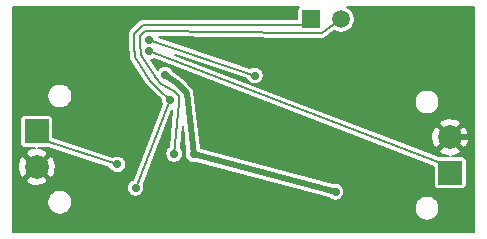
<source format=gbl>
G04 #@! TF.GenerationSoftware,KiCad,Pcbnew,(5.1.5)-1*
G04 #@! TF.CreationDate,2020-06-06T10:03:48+02:00*
G04 #@! TF.ProjectId,MP8765,4d503837-3635-42e6-9b69-6361645f7063,rev?*
G04 #@! TF.SameCoordinates,PXe9a6740PY8f0d180*
G04 #@! TF.FileFunction,Copper,L2,Bot*
G04 #@! TF.FilePolarity,Positive*
%FSLAX45Y45*%
G04 Gerber Fmt 4.5, Leading zero omitted, Abs format (unit mm)*
G04 Created by KiCad (PCBNEW (5.1.5)-1) date 2020-06-06 10:03:48*
%MOMM*%
%LPD*%
G04 APERTURE LIST*
%ADD10C,5.000000*%
%ADD11C,2.000000*%
%ADD12R,2.000000X2.000000*%
%ADD13R,1.500000X1.500000*%
%ADD14C,1.500000*%
%ADD15C,0.700000*%
%ADD16C,0.500000*%
%ADD17C,0.200000*%
G04 APERTURE END LIST*
D10*
X-14200000Y9700000D03*
X-10800000Y9700000D03*
D11*
X-14250000Y8600000D03*
D12*
X-14250000Y8900000D03*
X-10750000Y8550000D03*
D11*
X-10750000Y8850000D03*
D13*
X-11927000Y9850000D03*
D14*
X-11673000Y9850000D03*
D15*
X-13400000Y8750000D03*
X-13425000Y9300000D03*
X-12675000Y9200000D03*
X-12525000Y8775000D03*
X-11875000Y8825000D03*
X-11350000Y9650000D03*
X-11665050Y9388970D03*
X-12500000Y8375000D03*
X-12875000Y8325000D03*
X-14425000Y9000000D03*
X-14425000Y9400000D03*
X-13775000Y9925000D03*
X-12125000Y9925000D03*
X-12675000Y9925000D03*
X-13275000Y9925000D03*
X-11475000Y9925000D03*
X-10575000Y9375000D03*
X-10575000Y8850000D03*
X-10575000Y8400000D03*
X-10575000Y8075000D03*
X-11225000Y8075000D03*
X-11950000Y8075000D03*
X-12600000Y8075000D03*
X-13150000Y8075000D03*
X-13850000Y8075000D03*
X-14425000Y8075000D03*
X-14425000Y8550000D03*
X-13568350Y8621220D03*
X-12404370Y9373330D03*
X-13300960Y9676130D03*
X-11719350Y8388490D03*
X-13162510Y9380030D03*
X-12922350Y8705330D03*
X-13295040Y9577830D03*
X-13087330Y8711150D03*
X-13412490Y8422460D03*
X-13121390Y9169990D03*
D16*
X-10575000Y8850000D02*
X-10750000Y8850000D01*
X-11225000Y8075000D02*
X-10575000Y8075000D01*
X-13850000Y8075000D02*
X-13150000Y8075000D01*
X-12600000Y8075000D02*
X-11950000Y8075000D01*
X-14425000Y8550000D02*
X-14425000Y8075000D01*
X-12525000Y8775000D02*
X-12675000Y9200000D01*
X-13275000Y9925000D02*
X-12675000Y9925000D01*
X-12875000Y8325000D02*
X-12500000Y8375000D01*
X-11665050Y9388970D02*
X-11350000Y9650000D01*
X-10575000Y8850000D02*
X-10575000Y9375000D01*
X-11225000Y8075000D02*
X-11875000Y8825000D01*
X-11875000Y8825000D02*
X-12525000Y8775000D01*
D17*
X-13568350Y8621220D02*
X-14145860Y8810000D01*
X-14145860Y8810000D02*
X-14150000Y8810000D01*
X-14150000Y8810000D02*
X-14160000Y8810000D01*
X-14160000Y8810000D02*
X-14250000Y8900000D01*
X-13300960Y9676130D02*
X-12404370Y9373330D01*
D16*
X-13162510Y9380030D02*
X-13061270Y9308060D01*
X-13061270Y9308060D02*
X-12983320Y9230110D01*
X-12983320Y9230110D02*
X-12981370Y9225400D01*
X-12981370Y9225400D02*
X-12922350Y8705330D01*
X-12922350Y8705330D02*
X-11719350Y8388490D01*
D17*
X-13295040Y9577830D02*
X-10854140Y8640000D01*
X-10854140Y8640000D02*
X-10850000Y8640000D01*
X-10850000Y8640000D02*
X-10840000Y8640000D01*
X-10840000Y8640000D02*
X-10750000Y8550000D01*
X-11673000Y9850000D02*
X-11835430Y9734990D01*
X-11835430Y9734990D02*
X-11868570Y9734990D01*
X-11868570Y9734990D02*
X-12018570Y9734990D01*
X-12018570Y9734990D02*
X-13269890Y9751140D01*
X-13269890Y9751140D02*
X-13332030Y9751140D01*
X-13332030Y9751140D02*
X-13375970Y9707200D01*
X-13375970Y9707200D02*
X-13375970Y9645060D01*
X-13375970Y9645060D02*
X-13370050Y9546760D01*
X-13370050Y9546760D02*
X-13237520Y9348960D01*
X-13237520Y9348960D02*
X-13193580Y9305020D01*
X-13193580Y9305020D02*
X-13090320Y9245000D01*
X-13090320Y9245000D02*
X-13046380Y9201060D01*
X-13046380Y9201060D02*
X-13046380Y9138920D01*
X-13046380Y9138920D02*
X-13087330Y8711150D01*
X-11927000Y9850000D02*
X-11992000Y9801150D01*
X-11992000Y9801150D02*
X-12002000Y9801150D01*
X-12002000Y9801150D02*
X-13352740Y9801150D01*
X-13352740Y9801150D02*
X-13425980Y9727910D01*
X-13425980Y9727910D02*
X-13425980Y9624350D01*
X-13425980Y9624350D02*
X-13420060Y9526050D01*
X-13420060Y9526050D02*
X-13287530Y9328250D01*
X-13287530Y9328250D02*
X-13214290Y9255010D01*
X-13214290Y9255010D02*
X-13121390Y9169990D01*
X-13121390Y9169990D02*
X-13412490Y8422460D01*
G36*
X-12035420Y9947330D02*
G01*
X-12039134Y9940381D01*
X-12041421Y9932841D01*
X-12042193Y9925000D01*
X-12042193Y9851150D01*
X-13350284Y9851150D01*
X-13352740Y9851392D01*
X-13362542Y9850427D01*
X-13365401Y9849559D01*
X-13371967Y9847568D01*
X-13380653Y9842925D01*
X-13388266Y9836676D01*
X-13389832Y9834768D01*
X-13459598Y9765003D01*
X-13461506Y9763436D01*
X-13467755Y9755823D01*
X-13472397Y9747137D01*
X-13474156Y9741338D01*
X-13475256Y9737712D01*
X-13476222Y9727910D01*
X-13475980Y9725454D01*
X-13475980Y9625302D01*
X-13476037Y9623796D01*
X-13475980Y9622845D01*
X-13475980Y9621894D01*
X-13475833Y9620398D01*
X-13470206Y9526971D01*
X-13470302Y9525986D01*
X-13469910Y9522064D01*
X-13469822Y9520593D01*
X-13469667Y9519621D01*
X-13469324Y9516186D01*
X-13468892Y9514767D01*
X-13468658Y9513304D01*
X-13467459Y9510067D01*
X-13466453Y9506764D01*
X-13465753Y9505458D01*
X-13465238Y9504068D01*
X-13463430Y9501126D01*
X-13462965Y9500259D01*
X-13462144Y9499034D01*
X-13460081Y9495676D01*
X-13459408Y9494950D01*
X-13330452Y9302484D01*
X-13329304Y9300337D01*
X-13327720Y9298406D01*
X-13327701Y9298378D01*
X-13326083Y9296412D01*
X-13324622Y9294631D01*
X-13324600Y9294610D01*
X-13323011Y9292679D01*
X-13321125Y9291135D01*
X-13250598Y9220607D01*
X-13249858Y9219783D01*
X-13248863Y9218873D01*
X-13247909Y9217918D01*
X-13247052Y9217215D01*
X-13196390Y9170850D01*
X-13196390Y9162603D01*
X-13193508Y9148113D01*
X-13188384Y9135743D01*
X-13438774Y8492752D01*
X-13448016Y8488924D01*
X-13460300Y8480716D01*
X-13470746Y8470270D01*
X-13478954Y8457986D01*
X-13484608Y8444337D01*
X-13487490Y8429847D01*
X-13487490Y8415073D01*
X-13484608Y8400583D01*
X-13478954Y8386934D01*
X-13470746Y8374650D01*
X-13460300Y8364204D01*
X-13448016Y8355996D01*
X-13434367Y8350342D01*
X-13419877Y8347460D01*
X-13405103Y8347460D01*
X-13390613Y8350342D01*
X-13376964Y8355996D01*
X-13364680Y8364204D01*
X-13354234Y8374650D01*
X-13346026Y8386934D01*
X-13340372Y8400583D01*
X-13337490Y8415073D01*
X-13337490Y8429847D01*
X-13340372Y8444337D01*
X-13345496Y8456707D01*
X-13102077Y9081795D01*
X-13131766Y8771661D01*
X-13135140Y8769406D01*
X-13145586Y8758960D01*
X-13153794Y8746676D01*
X-13159448Y8733027D01*
X-13162330Y8718537D01*
X-13162330Y8703763D01*
X-13159448Y8689273D01*
X-13153794Y8675624D01*
X-13145586Y8663340D01*
X-13135140Y8652894D01*
X-13122856Y8644686D01*
X-13109207Y8639032D01*
X-13094717Y8636150D01*
X-13079943Y8636150D01*
X-13065453Y8639032D01*
X-13051804Y8644686D01*
X-13039520Y8652894D01*
X-13029074Y8663340D01*
X-13020866Y8675624D01*
X-13015212Y8689273D01*
X-13012330Y8703763D01*
X-13012330Y8718537D01*
X-13015212Y8733027D01*
X-13020866Y8746676D01*
X-13029074Y8758960D01*
X-13032223Y8762109D01*
X-13014830Y8943801D01*
X-12991157Y8735200D01*
X-12994468Y8727207D01*
X-12997350Y8712717D01*
X-12997350Y8697943D01*
X-12994468Y8683453D01*
X-12988814Y8669804D01*
X-12980606Y8657520D01*
X-12970160Y8647074D01*
X-12957876Y8638866D01*
X-12944227Y8633212D01*
X-12929737Y8630330D01*
X-12914963Y8630330D01*
X-12902335Y8632842D01*
X-11772090Y8335164D01*
X-11767160Y8330234D01*
X-11754876Y8322026D01*
X-11741227Y8316372D01*
X-11726737Y8313490D01*
X-11711963Y8313490D01*
X-11697473Y8316372D01*
X-11683824Y8322026D01*
X-11671540Y8330234D01*
X-11661094Y8340680D01*
X-11652886Y8352964D01*
X-11647232Y8366613D01*
X-11644350Y8381103D01*
X-11644350Y8395877D01*
X-11647232Y8410367D01*
X-11652886Y8424016D01*
X-11661094Y8436300D01*
X-11671540Y8446746D01*
X-11683824Y8454954D01*
X-11697473Y8460608D01*
X-11711963Y8463490D01*
X-11726737Y8463490D01*
X-11739365Y8460978D01*
X-12862780Y8756857D01*
X-12916730Y9232246D01*
X-12917308Y9238131D01*
X-12918381Y9241669D01*
X-12919156Y9245284D01*
X-12921500Y9250714D01*
X-12922044Y9252029D01*
X-12922977Y9255105D01*
X-12925983Y9260729D01*
X-12929007Y9266387D01*
X-12929010Y9266392D01*
X-12929013Y9266397D01*
X-12933274Y9271589D01*
X-12937128Y9276286D01*
X-12939611Y9278325D01*
X-13012383Y9351097D01*
X-13013768Y9352888D01*
X-13016900Y9355614D01*
X-13017566Y9356280D01*
X-13019306Y9357708D01*
X-13021006Y9359188D01*
X-13021775Y9359734D01*
X-13024983Y9362367D01*
X-13026980Y9363435D01*
X-13094271Y9411270D01*
X-13096046Y9415556D01*
X-13104254Y9427840D01*
X-13114700Y9438286D01*
X-13126984Y9446494D01*
X-13140633Y9452148D01*
X-13155123Y9455030D01*
X-13169897Y9455030D01*
X-13184387Y9452148D01*
X-13198036Y9446494D01*
X-13210320Y9438286D01*
X-13220766Y9427840D01*
X-13225469Y9420801D01*
X-13281280Y9504098D01*
X-13273163Y9505712D01*
X-13260452Y9510977D01*
X-10890194Y8600289D01*
X-10890194Y8450000D01*
X-10889421Y8442159D01*
X-10887134Y8434619D01*
X-10883420Y8427670D01*
X-10878421Y8421579D01*
X-10872330Y8416580D01*
X-10865381Y8412866D01*
X-10857841Y8410579D01*
X-10850000Y8409807D01*
X-10650000Y8409807D01*
X-10642159Y8410579D01*
X-10634619Y8412866D01*
X-10627670Y8416580D01*
X-10621579Y8421579D01*
X-10616580Y8427670D01*
X-10612866Y8434619D01*
X-10610579Y8442159D01*
X-10609807Y8450000D01*
X-10609807Y8650000D01*
X-10610579Y8657841D01*
X-10612866Y8665381D01*
X-10616580Y8672330D01*
X-10621579Y8678421D01*
X-10627670Y8683420D01*
X-10634619Y8687134D01*
X-10642159Y8689421D01*
X-10650000Y8690194D01*
X-10736530Y8690194D01*
X-10710144Y8694245D01*
X-10680523Y8705013D01*
X-10668047Y8711682D01*
X-10658076Y8736863D01*
X-10750000Y8828787D01*
X-10841924Y8736863D01*
X-10831953Y8711682D01*
X-10803394Y8698351D01*
X-10772783Y8690848D01*
X-10757914Y8690194D01*
X-10839509Y8690194D01*
X-10840000Y8690242D01*
X-10840491Y8690194D01*
X-10845369Y8690194D01*
X-11238645Y8841296D01*
X-10910538Y8841296D01*
X-10905756Y8810144D01*
X-10894987Y8780523D01*
X-10888318Y8768047D01*
X-10863137Y8758076D01*
X-10771213Y8850000D01*
X-10728787Y8850000D01*
X-10636863Y8758076D01*
X-10611682Y8768047D01*
X-10598351Y8796606D01*
X-10590848Y8827217D01*
X-10589462Y8858704D01*
X-10594245Y8889856D01*
X-10605013Y8919477D01*
X-10611682Y8931953D01*
X-10636863Y8941924D01*
X-10728787Y8850000D01*
X-10771213Y8850000D01*
X-10863137Y8941924D01*
X-10888318Y8931953D01*
X-10901649Y8903394D01*
X-10909152Y8872783D01*
X-10910538Y8841296D01*
X-11238645Y8841296D01*
X-11555763Y8963137D01*
X-10841924Y8963137D01*
X-10750000Y8871213D01*
X-10658076Y8963137D01*
X-10668047Y8988318D01*
X-10696606Y9001649D01*
X-10727217Y9009152D01*
X-10758704Y9010538D01*
X-10789856Y9005756D01*
X-10819477Y8994987D01*
X-10831953Y8988318D01*
X-10841924Y8963137D01*
X-11555763Y8963137D01*
X-12069028Y9160342D01*
X-11051000Y9160342D01*
X-11051000Y9139658D01*
X-11046965Y9119373D01*
X-11039050Y9100264D01*
X-11027559Y9083066D01*
X-11012934Y9068441D01*
X-10995736Y9056950D01*
X-10976627Y9049035D01*
X-10956342Y9045000D01*
X-10935658Y9045000D01*
X-10915373Y9049035D01*
X-10896264Y9056950D01*
X-10879066Y9068441D01*
X-10864441Y9083066D01*
X-10852950Y9100264D01*
X-10845035Y9119373D01*
X-10841000Y9139658D01*
X-10841000Y9160342D01*
X-10845035Y9180627D01*
X-10852950Y9199736D01*
X-10864441Y9216934D01*
X-10879066Y9231559D01*
X-10896264Y9243050D01*
X-10915373Y9250965D01*
X-10935658Y9255000D01*
X-10956342Y9255000D01*
X-10976627Y9250965D01*
X-10995736Y9243050D01*
X-11012934Y9231559D01*
X-11027559Y9216934D01*
X-11039050Y9199736D01*
X-11046965Y9180627D01*
X-11051000Y9160342D01*
X-12069028Y9160342D01*
X-13079144Y9548443D01*
X-12473337Y9343848D01*
X-12470834Y9337804D01*
X-12462626Y9325520D01*
X-12452180Y9315074D01*
X-12439896Y9306866D01*
X-12426247Y9301212D01*
X-12411757Y9298330D01*
X-12396983Y9298330D01*
X-12382493Y9301212D01*
X-12368844Y9306866D01*
X-12356560Y9315074D01*
X-12346114Y9325520D01*
X-12337906Y9337804D01*
X-12332252Y9351453D01*
X-12329370Y9365943D01*
X-12329370Y9380717D01*
X-12332252Y9395207D01*
X-12337906Y9408856D01*
X-12346114Y9421140D01*
X-12356560Y9431586D01*
X-12368844Y9439794D01*
X-12382493Y9445448D01*
X-12396983Y9448330D01*
X-12411757Y9448330D01*
X-12426247Y9445448D01*
X-12439896Y9439794D01*
X-12441578Y9438670D01*
X-13216705Y9700450D01*
X-12021348Y9685022D01*
X-12021026Y9684990D01*
X-12018890Y9684990D01*
X-12016759Y9684963D01*
X-12016438Y9684990D01*
X-11837207Y9684990D01*
X-11834070Y9684767D01*
X-11829858Y9685297D01*
X-11825628Y9685714D01*
X-11824975Y9685912D01*
X-11824298Y9685997D01*
X-11820269Y9687339D01*
X-11816203Y9688573D01*
X-11815601Y9688894D01*
X-11814954Y9689110D01*
X-11811266Y9691212D01*
X-11807517Y9693215D01*
X-11805084Y9695212D01*
X-11728982Y9749097D01*
X-11727473Y9748088D01*
X-11706544Y9739419D01*
X-11684326Y9735000D01*
X-11661673Y9735000D01*
X-11639456Y9739419D01*
X-11618527Y9748088D01*
X-11599692Y9760674D01*
X-11583674Y9776692D01*
X-11571088Y9795527D01*
X-11562419Y9816456D01*
X-11558000Y9838674D01*
X-11558000Y9861327D01*
X-11562419Y9883544D01*
X-11571088Y9904473D01*
X-11583674Y9923308D01*
X-11599692Y9939326D01*
X-11618527Y9951912D01*
X-11619948Y9952500D01*
X-10547500Y9952500D01*
X-10547500Y8047500D01*
X-14452500Y8047500D01*
X-14452500Y8310342D01*
X-14159000Y8310342D01*
X-14159000Y8289658D01*
X-14154965Y8269373D01*
X-14147050Y8250264D01*
X-14135559Y8233066D01*
X-14120934Y8218441D01*
X-14103736Y8206950D01*
X-14084627Y8199035D01*
X-14064342Y8195000D01*
X-14043658Y8195000D01*
X-14023373Y8199035D01*
X-14004264Y8206950D01*
X-13987066Y8218441D01*
X-13972441Y8233066D01*
X-13960950Y8250264D01*
X-13956776Y8260342D01*
X-11051000Y8260342D01*
X-11051000Y8239658D01*
X-11046965Y8219373D01*
X-11039050Y8200264D01*
X-11027559Y8183066D01*
X-11012934Y8168441D01*
X-10995736Y8156950D01*
X-10976627Y8149035D01*
X-10956342Y8145000D01*
X-10935658Y8145000D01*
X-10915373Y8149035D01*
X-10896264Y8156950D01*
X-10879066Y8168441D01*
X-10864441Y8183066D01*
X-10852950Y8200264D01*
X-10845035Y8219373D01*
X-10841000Y8239658D01*
X-10841000Y8260342D01*
X-10845035Y8280627D01*
X-10852950Y8299736D01*
X-10864441Y8316934D01*
X-10879066Y8331559D01*
X-10896264Y8343050D01*
X-10915373Y8350965D01*
X-10935658Y8355000D01*
X-10956342Y8355000D01*
X-10976627Y8350965D01*
X-10995736Y8343050D01*
X-11012934Y8331559D01*
X-11027559Y8316934D01*
X-11039050Y8299736D01*
X-11046965Y8280627D01*
X-11051000Y8260342D01*
X-13956776Y8260342D01*
X-13953035Y8269373D01*
X-13949000Y8289658D01*
X-13949000Y8310342D01*
X-13953035Y8330627D01*
X-13960950Y8349736D01*
X-13972441Y8366934D01*
X-13987066Y8381559D01*
X-14004264Y8393050D01*
X-14023373Y8400965D01*
X-14043658Y8405000D01*
X-14064342Y8405000D01*
X-14084627Y8400965D01*
X-14103736Y8393050D01*
X-14120934Y8381559D01*
X-14135559Y8366934D01*
X-14147050Y8349736D01*
X-14154965Y8330627D01*
X-14159000Y8310342D01*
X-14452500Y8310342D01*
X-14452500Y8486863D01*
X-14341924Y8486863D01*
X-14331953Y8461682D01*
X-14303394Y8448351D01*
X-14272783Y8440848D01*
X-14241296Y8439462D01*
X-14210144Y8444245D01*
X-14180523Y8455013D01*
X-14168047Y8461682D01*
X-14158076Y8486863D01*
X-14250000Y8578787D01*
X-14341924Y8486863D01*
X-14452500Y8486863D01*
X-14452500Y8591296D01*
X-14410538Y8591296D01*
X-14405755Y8560144D01*
X-14394987Y8530523D01*
X-14388318Y8518047D01*
X-14363137Y8508076D01*
X-14271213Y8600000D01*
X-14228787Y8600000D01*
X-14136863Y8508076D01*
X-14111682Y8518047D01*
X-14098351Y8546606D01*
X-14090848Y8577217D01*
X-14089462Y8608704D01*
X-14094244Y8639856D01*
X-14105013Y8669477D01*
X-14111682Y8681953D01*
X-14136863Y8691924D01*
X-14228787Y8600000D01*
X-14271213Y8600000D01*
X-14363137Y8691924D01*
X-14388318Y8681953D01*
X-14401649Y8653394D01*
X-14409152Y8622783D01*
X-14410538Y8591296D01*
X-14452500Y8591296D01*
X-14452500Y9000000D01*
X-14390193Y9000000D01*
X-14390193Y8800000D01*
X-14389421Y8792159D01*
X-14387134Y8784619D01*
X-14383420Y8777670D01*
X-14378421Y8771579D01*
X-14372330Y8766580D01*
X-14365381Y8762866D01*
X-14357841Y8760579D01*
X-14350000Y8759807D01*
X-14263470Y8759807D01*
X-14289856Y8755756D01*
X-14319477Y8744987D01*
X-14331953Y8738318D01*
X-14341924Y8713137D01*
X-14250000Y8621213D01*
X-14158076Y8713137D01*
X-14168047Y8738318D01*
X-14196606Y8751649D01*
X-14227217Y8759152D01*
X-14242086Y8759807D01*
X-14160491Y8759807D01*
X-14160000Y8759758D01*
X-14159509Y8759807D01*
X-14153232Y8759807D01*
X-13637041Y8591071D01*
X-13634814Y8585694D01*
X-13626606Y8573410D01*
X-13616160Y8562964D01*
X-13603876Y8554756D01*
X-13590227Y8549102D01*
X-13575737Y8546220D01*
X-13560963Y8546220D01*
X-13546473Y8549102D01*
X-13532824Y8554756D01*
X-13520540Y8562964D01*
X-13510094Y8573410D01*
X-13501886Y8585694D01*
X-13496232Y8599343D01*
X-13493350Y8613833D01*
X-13493350Y8628607D01*
X-13496232Y8643097D01*
X-13501886Y8656746D01*
X-13510094Y8669030D01*
X-13520540Y8679476D01*
X-13532824Y8687684D01*
X-13546473Y8693338D01*
X-13560963Y8696220D01*
X-13575737Y8696220D01*
X-13590227Y8693338D01*
X-13603876Y8687684D01*
X-13606135Y8686175D01*
X-14109806Y8850818D01*
X-14109806Y9000000D01*
X-14110579Y9007841D01*
X-14112866Y9015381D01*
X-14116580Y9022330D01*
X-14121579Y9028421D01*
X-14127670Y9033420D01*
X-14134619Y9037134D01*
X-14142159Y9039421D01*
X-14150000Y9040194D01*
X-14350000Y9040194D01*
X-14357841Y9039421D01*
X-14365381Y9037134D01*
X-14372330Y9033420D01*
X-14378421Y9028421D01*
X-14383420Y9022330D01*
X-14387134Y9015381D01*
X-14389421Y9007841D01*
X-14390193Y9000000D01*
X-14452500Y9000000D01*
X-14452500Y9210342D01*
X-14159000Y9210342D01*
X-14159000Y9189658D01*
X-14154965Y9169373D01*
X-14147050Y9150264D01*
X-14135559Y9133066D01*
X-14120934Y9118441D01*
X-14103736Y9106950D01*
X-14084627Y9099035D01*
X-14064342Y9095000D01*
X-14043658Y9095000D01*
X-14023373Y9099035D01*
X-14004264Y9106950D01*
X-13987066Y9118441D01*
X-13972441Y9133066D01*
X-13960950Y9150264D01*
X-13953035Y9169373D01*
X-13949000Y9189658D01*
X-13949000Y9210342D01*
X-13953035Y9230627D01*
X-13960950Y9249736D01*
X-13972441Y9266934D01*
X-13987066Y9281559D01*
X-14004264Y9293050D01*
X-14023373Y9300965D01*
X-14043658Y9305000D01*
X-14064342Y9305000D01*
X-14084627Y9300965D01*
X-14103736Y9293050D01*
X-14120934Y9281559D01*
X-14135559Y9266934D01*
X-14147050Y9249736D01*
X-14154965Y9230627D01*
X-14159000Y9210342D01*
X-14452500Y9210342D01*
X-14452500Y9952500D01*
X-12031177Y9952500D01*
X-12035420Y9947330D01*
G37*
X-12035420Y9947330D02*
X-12039134Y9940381D01*
X-12041421Y9932841D01*
X-12042193Y9925000D01*
X-12042193Y9851150D01*
X-13350284Y9851150D01*
X-13352740Y9851392D01*
X-13362542Y9850427D01*
X-13365401Y9849559D01*
X-13371967Y9847568D01*
X-13380653Y9842925D01*
X-13388266Y9836676D01*
X-13389832Y9834768D01*
X-13459598Y9765003D01*
X-13461506Y9763436D01*
X-13467755Y9755823D01*
X-13472397Y9747137D01*
X-13474156Y9741338D01*
X-13475256Y9737712D01*
X-13476222Y9727910D01*
X-13475980Y9725454D01*
X-13475980Y9625302D01*
X-13476037Y9623796D01*
X-13475980Y9622845D01*
X-13475980Y9621894D01*
X-13475833Y9620398D01*
X-13470206Y9526971D01*
X-13470302Y9525986D01*
X-13469910Y9522064D01*
X-13469822Y9520593D01*
X-13469667Y9519621D01*
X-13469324Y9516186D01*
X-13468892Y9514767D01*
X-13468658Y9513304D01*
X-13467459Y9510067D01*
X-13466453Y9506764D01*
X-13465753Y9505458D01*
X-13465238Y9504068D01*
X-13463430Y9501126D01*
X-13462965Y9500259D01*
X-13462144Y9499034D01*
X-13460081Y9495676D01*
X-13459408Y9494950D01*
X-13330452Y9302484D01*
X-13329304Y9300337D01*
X-13327720Y9298406D01*
X-13327701Y9298378D01*
X-13326083Y9296412D01*
X-13324622Y9294631D01*
X-13324600Y9294610D01*
X-13323011Y9292679D01*
X-13321125Y9291135D01*
X-13250598Y9220607D01*
X-13249858Y9219783D01*
X-13248863Y9218873D01*
X-13247909Y9217918D01*
X-13247052Y9217215D01*
X-13196390Y9170850D01*
X-13196390Y9162603D01*
X-13193508Y9148113D01*
X-13188384Y9135743D01*
X-13438774Y8492752D01*
X-13448016Y8488924D01*
X-13460300Y8480716D01*
X-13470746Y8470270D01*
X-13478954Y8457986D01*
X-13484608Y8444337D01*
X-13487490Y8429847D01*
X-13487490Y8415073D01*
X-13484608Y8400583D01*
X-13478954Y8386934D01*
X-13470746Y8374650D01*
X-13460300Y8364204D01*
X-13448016Y8355996D01*
X-13434367Y8350342D01*
X-13419877Y8347460D01*
X-13405103Y8347460D01*
X-13390613Y8350342D01*
X-13376964Y8355996D01*
X-13364680Y8364204D01*
X-13354234Y8374650D01*
X-13346026Y8386934D01*
X-13340372Y8400583D01*
X-13337490Y8415073D01*
X-13337490Y8429847D01*
X-13340372Y8444337D01*
X-13345496Y8456707D01*
X-13102077Y9081795D01*
X-13131766Y8771661D01*
X-13135140Y8769406D01*
X-13145586Y8758960D01*
X-13153794Y8746676D01*
X-13159448Y8733027D01*
X-13162330Y8718537D01*
X-13162330Y8703763D01*
X-13159448Y8689273D01*
X-13153794Y8675624D01*
X-13145586Y8663340D01*
X-13135140Y8652894D01*
X-13122856Y8644686D01*
X-13109207Y8639032D01*
X-13094717Y8636150D01*
X-13079943Y8636150D01*
X-13065453Y8639032D01*
X-13051804Y8644686D01*
X-13039520Y8652894D01*
X-13029074Y8663340D01*
X-13020866Y8675624D01*
X-13015212Y8689273D01*
X-13012330Y8703763D01*
X-13012330Y8718537D01*
X-13015212Y8733027D01*
X-13020866Y8746676D01*
X-13029074Y8758960D01*
X-13032223Y8762109D01*
X-13014830Y8943801D01*
X-12991157Y8735200D01*
X-12994468Y8727207D01*
X-12997350Y8712717D01*
X-12997350Y8697943D01*
X-12994468Y8683453D01*
X-12988814Y8669804D01*
X-12980606Y8657520D01*
X-12970160Y8647074D01*
X-12957876Y8638866D01*
X-12944227Y8633212D01*
X-12929737Y8630330D01*
X-12914963Y8630330D01*
X-12902335Y8632842D01*
X-11772090Y8335164D01*
X-11767160Y8330234D01*
X-11754876Y8322026D01*
X-11741227Y8316372D01*
X-11726737Y8313490D01*
X-11711963Y8313490D01*
X-11697473Y8316372D01*
X-11683824Y8322026D01*
X-11671540Y8330234D01*
X-11661094Y8340680D01*
X-11652886Y8352964D01*
X-11647232Y8366613D01*
X-11644350Y8381103D01*
X-11644350Y8395877D01*
X-11647232Y8410367D01*
X-11652886Y8424016D01*
X-11661094Y8436300D01*
X-11671540Y8446746D01*
X-11683824Y8454954D01*
X-11697473Y8460608D01*
X-11711963Y8463490D01*
X-11726737Y8463490D01*
X-11739365Y8460978D01*
X-12862780Y8756857D01*
X-12916730Y9232246D01*
X-12917308Y9238131D01*
X-12918381Y9241669D01*
X-12919156Y9245284D01*
X-12921500Y9250714D01*
X-12922044Y9252029D01*
X-12922977Y9255105D01*
X-12925983Y9260729D01*
X-12929007Y9266387D01*
X-12929010Y9266392D01*
X-12929013Y9266397D01*
X-12933274Y9271589D01*
X-12937128Y9276286D01*
X-12939611Y9278325D01*
X-13012383Y9351097D01*
X-13013768Y9352888D01*
X-13016900Y9355614D01*
X-13017566Y9356280D01*
X-13019306Y9357708D01*
X-13021006Y9359188D01*
X-13021775Y9359734D01*
X-13024983Y9362367D01*
X-13026980Y9363435D01*
X-13094271Y9411270D01*
X-13096046Y9415556D01*
X-13104254Y9427840D01*
X-13114700Y9438286D01*
X-13126984Y9446494D01*
X-13140633Y9452148D01*
X-13155123Y9455030D01*
X-13169897Y9455030D01*
X-13184387Y9452148D01*
X-13198036Y9446494D01*
X-13210320Y9438286D01*
X-13220766Y9427840D01*
X-13225469Y9420801D01*
X-13281280Y9504098D01*
X-13273163Y9505712D01*
X-13260452Y9510977D01*
X-10890194Y8600289D01*
X-10890194Y8450000D01*
X-10889421Y8442159D01*
X-10887134Y8434619D01*
X-10883420Y8427670D01*
X-10878421Y8421579D01*
X-10872330Y8416580D01*
X-10865381Y8412866D01*
X-10857841Y8410579D01*
X-10850000Y8409807D01*
X-10650000Y8409807D01*
X-10642159Y8410579D01*
X-10634619Y8412866D01*
X-10627670Y8416580D01*
X-10621579Y8421579D01*
X-10616580Y8427670D01*
X-10612866Y8434619D01*
X-10610579Y8442159D01*
X-10609807Y8450000D01*
X-10609807Y8650000D01*
X-10610579Y8657841D01*
X-10612866Y8665381D01*
X-10616580Y8672330D01*
X-10621579Y8678421D01*
X-10627670Y8683420D01*
X-10634619Y8687134D01*
X-10642159Y8689421D01*
X-10650000Y8690194D01*
X-10736530Y8690194D01*
X-10710144Y8694245D01*
X-10680523Y8705013D01*
X-10668047Y8711682D01*
X-10658076Y8736863D01*
X-10750000Y8828787D01*
X-10841924Y8736863D01*
X-10831953Y8711682D01*
X-10803394Y8698351D01*
X-10772783Y8690848D01*
X-10757914Y8690194D01*
X-10839509Y8690194D01*
X-10840000Y8690242D01*
X-10840491Y8690194D01*
X-10845369Y8690194D01*
X-11238645Y8841296D01*
X-10910538Y8841296D01*
X-10905756Y8810144D01*
X-10894987Y8780523D01*
X-10888318Y8768047D01*
X-10863137Y8758076D01*
X-10771213Y8850000D01*
X-10728787Y8850000D01*
X-10636863Y8758076D01*
X-10611682Y8768047D01*
X-10598351Y8796606D01*
X-10590848Y8827217D01*
X-10589462Y8858704D01*
X-10594245Y8889856D01*
X-10605013Y8919477D01*
X-10611682Y8931953D01*
X-10636863Y8941924D01*
X-10728787Y8850000D01*
X-10771213Y8850000D01*
X-10863137Y8941924D01*
X-10888318Y8931953D01*
X-10901649Y8903394D01*
X-10909152Y8872783D01*
X-10910538Y8841296D01*
X-11238645Y8841296D01*
X-11555763Y8963137D01*
X-10841924Y8963137D01*
X-10750000Y8871213D01*
X-10658076Y8963137D01*
X-10668047Y8988318D01*
X-10696606Y9001649D01*
X-10727217Y9009152D01*
X-10758704Y9010538D01*
X-10789856Y9005756D01*
X-10819477Y8994987D01*
X-10831953Y8988318D01*
X-10841924Y8963137D01*
X-11555763Y8963137D01*
X-12069028Y9160342D01*
X-11051000Y9160342D01*
X-11051000Y9139658D01*
X-11046965Y9119373D01*
X-11039050Y9100264D01*
X-11027559Y9083066D01*
X-11012934Y9068441D01*
X-10995736Y9056950D01*
X-10976627Y9049035D01*
X-10956342Y9045000D01*
X-10935658Y9045000D01*
X-10915373Y9049035D01*
X-10896264Y9056950D01*
X-10879066Y9068441D01*
X-10864441Y9083066D01*
X-10852950Y9100264D01*
X-10845035Y9119373D01*
X-10841000Y9139658D01*
X-10841000Y9160342D01*
X-10845035Y9180627D01*
X-10852950Y9199736D01*
X-10864441Y9216934D01*
X-10879066Y9231559D01*
X-10896264Y9243050D01*
X-10915373Y9250965D01*
X-10935658Y9255000D01*
X-10956342Y9255000D01*
X-10976627Y9250965D01*
X-10995736Y9243050D01*
X-11012934Y9231559D01*
X-11027559Y9216934D01*
X-11039050Y9199736D01*
X-11046965Y9180627D01*
X-11051000Y9160342D01*
X-12069028Y9160342D01*
X-13079144Y9548443D01*
X-12473337Y9343848D01*
X-12470834Y9337804D01*
X-12462626Y9325520D01*
X-12452180Y9315074D01*
X-12439896Y9306866D01*
X-12426247Y9301212D01*
X-12411757Y9298330D01*
X-12396983Y9298330D01*
X-12382493Y9301212D01*
X-12368844Y9306866D01*
X-12356560Y9315074D01*
X-12346114Y9325520D01*
X-12337906Y9337804D01*
X-12332252Y9351453D01*
X-12329370Y9365943D01*
X-12329370Y9380717D01*
X-12332252Y9395207D01*
X-12337906Y9408856D01*
X-12346114Y9421140D01*
X-12356560Y9431586D01*
X-12368844Y9439794D01*
X-12382493Y9445448D01*
X-12396983Y9448330D01*
X-12411757Y9448330D01*
X-12426247Y9445448D01*
X-12439896Y9439794D01*
X-12441578Y9438670D01*
X-13216705Y9700450D01*
X-12021348Y9685022D01*
X-12021026Y9684990D01*
X-12018890Y9684990D01*
X-12016759Y9684963D01*
X-12016438Y9684990D01*
X-11837207Y9684990D01*
X-11834070Y9684767D01*
X-11829858Y9685297D01*
X-11825628Y9685714D01*
X-11824975Y9685912D01*
X-11824298Y9685997D01*
X-11820269Y9687339D01*
X-11816203Y9688573D01*
X-11815601Y9688894D01*
X-11814954Y9689110D01*
X-11811266Y9691212D01*
X-11807517Y9693215D01*
X-11805084Y9695212D01*
X-11728982Y9749097D01*
X-11727473Y9748088D01*
X-11706544Y9739419D01*
X-11684326Y9735000D01*
X-11661673Y9735000D01*
X-11639456Y9739419D01*
X-11618527Y9748088D01*
X-11599692Y9760674D01*
X-11583674Y9776692D01*
X-11571088Y9795527D01*
X-11562419Y9816456D01*
X-11558000Y9838674D01*
X-11558000Y9861327D01*
X-11562419Y9883544D01*
X-11571088Y9904473D01*
X-11583674Y9923308D01*
X-11599692Y9939326D01*
X-11618527Y9951912D01*
X-11619948Y9952500D01*
X-10547500Y9952500D01*
X-10547500Y8047500D01*
X-14452500Y8047500D01*
X-14452500Y8310342D01*
X-14159000Y8310342D01*
X-14159000Y8289658D01*
X-14154965Y8269373D01*
X-14147050Y8250264D01*
X-14135559Y8233066D01*
X-14120934Y8218441D01*
X-14103736Y8206950D01*
X-14084627Y8199035D01*
X-14064342Y8195000D01*
X-14043658Y8195000D01*
X-14023373Y8199035D01*
X-14004264Y8206950D01*
X-13987066Y8218441D01*
X-13972441Y8233066D01*
X-13960950Y8250264D01*
X-13956776Y8260342D01*
X-11051000Y8260342D01*
X-11051000Y8239658D01*
X-11046965Y8219373D01*
X-11039050Y8200264D01*
X-11027559Y8183066D01*
X-11012934Y8168441D01*
X-10995736Y8156950D01*
X-10976627Y8149035D01*
X-10956342Y8145000D01*
X-10935658Y8145000D01*
X-10915373Y8149035D01*
X-10896264Y8156950D01*
X-10879066Y8168441D01*
X-10864441Y8183066D01*
X-10852950Y8200264D01*
X-10845035Y8219373D01*
X-10841000Y8239658D01*
X-10841000Y8260342D01*
X-10845035Y8280627D01*
X-10852950Y8299736D01*
X-10864441Y8316934D01*
X-10879066Y8331559D01*
X-10896264Y8343050D01*
X-10915373Y8350965D01*
X-10935658Y8355000D01*
X-10956342Y8355000D01*
X-10976627Y8350965D01*
X-10995736Y8343050D01*
X-11012934Y8331559D01*
X-11027559Y8316934D01*
X-11039050Y8299736D01*
X-11046965Y8280627D01*
X-11051000Y8260342D01*
X-13956776Y8260342D01*
X-13953035Y8269373D01*
X-13949000Y8289658D01*
X-13949000Y8310342D01*
X-13953035Y8330627D01*
X-13960950Y8349736D01*
X-13972441Y8366934D01*
X-13987066Y8381559D01*
X-14004264Y8393050D01*
X-14023373Y8400965D01*
X-14043658Y8405000D01*
X-14064342Y8405000D01*
X-14084627Y8400965D01*
X-14103736Y8393050D01*
X-14120934Y8381559D01*
X-14135559Y8366934D01*
X-14147050Y8349736D01*
X-14154965Y8330627D01*
X-14159000Y8310342D01*
X-14452500Y8310342D01*
X-14452500Y8486863D01*
X-14341924Y8486863D01*
X-14331953Y8461682D01*
X-14303394Y8448351D01*
X-14272783Y8440848D01*
X-14241296Y8439462D01*
X-14210144Y8444245D01*
X-14180523Y8455013D01*
X-14168047Y8461682D01*
X-14158076Y8486863D01*
X-14250000Y8578787D01*
X-14341924Y8486863D01*
X-14452500Y8486863D01*
X-14452500Y8591296D01*
X-14410538Y8591296D01*
X-14405755Y8560144D01*
X-14394987Y8530523D01*
X-14388318Y8518047D01*
X-14363137Y8508076D01*
X-14271213Y8600000D01*
X-14228787Y8600000D01*
X-14136863Y8508076D01*
X-14111682Y8518047D01*
X-14098351Y8546606D01*
X-14090848Y8577217D01*
X-14089462Y8608704D01*
X-14094244Y8639856D01*
X-14105013Y8669477D01*
X-14111682Y8681953D01*
X-14136863Y8691924D01*
X-14228787Y8600000D01*
X-14271213Y8600000D01*
X-14363137Y8691924D01*
X-14388318Y8681953D01*
X-14401649Y8653394D01*
X-14409152Y8622783D01*
X-14410538Y8591296D01*
X-14452500Y8591296D01*
X-14452500Y9000000D01*
X-14390193Y9000000D01*
X-14390193Y8800000D01*
X-14389421Y8792159D01*
X-14387134Y8784619D01*
X-14383420Y8777670D01*
X-14378421Y8771579D01*
X-14372330Y8766580D01*
X-14365381Y8762866D01*
X-14357841Y8760579D01*
X-14350000Y8759807D01*
X-14263470Y8759807D01*
X-14289856Y8755756D01*
X-14319477Y8744987D01*
X-14331953Y8738318D01*
X-14341924Y8713137D01*
X-14250000Y8621213D01*
X-14158076Y8713137D01*
X-14168047Y8738318D01*
X-14196606Y8751649D01*
X-14227217Y8759152D01*
X-14242086Y8759807D01*
X-14160491Y8759807D01*
X-14160000Y8759758D01*
X-14159509Y8759807D01*
X-14153232Y8759807D01*
X-13637041Y8591071D01*
X-13634814Y8585694D01*
X-13626606Y8573410D01*
X-13616160Y8562964D01*
X-13603876Y8554756D01*
X-13590227Y8549102D01*
X-13575737Y8546220D01*
X-13560963Y8546220D01*
X-13546473Y8549102D01*
X-13532824Y8554756D01*
X-13520540Y8562964D01*
X-13510094Y8573410D01*
X-13501886Y8585694D01*
X-13496232Y8599343D01*
X-13493350Y8613833D01*
X-13493350Y8628607D01*
X-13496232Y8643097D01*
X-13501886Y8656746D01*
X-13510094Y8669030D01*
X-13520540Y8679476D01*
X-13532824Y8687684D01*
X-13546473Y8693338D01*
X-13560963Y8696220D01*
X-13575737Y8696220D01*
X-13590227Y8693338D01*
X-13603876Y8687684D01*
X-13606135Y8686175D01*
X-14109806Y8850818D01*
X-14109806Y9000000D01*
X-14110579Y9007841D01*
X-14112866Y9015381D01*
X-14116580Y9022330D01*
X-14121579Y9028421D01*
X-14127670Y9033420D01*
X-14134619Y9037134D01*
X-14142159Y9039421D01*
X-14150000Y9040194D01*
X-14350000Y9040194D01*
X-14357841Y9039421D01*
X-14365381Y9037134D01*
X-14372330Y9033420D01*
X-14378421Y9028421D01*
X-14383420Y9022330D01*
X-14387134Y9015381D01*
X-14389421Y9007841D01*
X-14390193Y9000000D01*
X-14452500Y9000000D01*
X-14452500Y9210342D01*
X-14159000Y9210342D01*
X-14159000Y9189658D01*
X-14154965Y9169373D01*
X-14147050Y9150264D01*
X-14135559Y9133066D01*
X-14120934Y9118441D01*
X-14103736Y9106950D01*
X-14084627Y9099035D01*
X-14064342Y9095000D01*
X-14043658Y9095000D01*
X-14023373Y9099035D01*
X-14004264Y9106950D01*
X-13987066Y9118441D01*
X-13972441Y9133066D01*
X-13960950Y9150264D01*
X-13953035Y9169373D01*
X-13949000Y9189658D01*
X-13949000Y9210342D01*
X-13953035Y9230627D01*
X-13960950Y9249736D01*
X-13972441Y9266934D01*
X-13987066Y9281559D01*
X-14004264Y9293050D01*
X-14023373Y9300965D01*
X-14043658Y9305000D01*
X-14064342Y9305000D01*
X-14084627Y9300965D01*
X-14103736Y9293050D01*
X-14120934Y9281559D01*
X-14135559Y9266934D01*
X-14147050Y9249736D01*
X-14154965Y9230627D01*
X-14159000Y9210342D01*
X-14452500Y9210342D01*
X-14452500Y9952500D01*
X-12031177Y9952500D01*
X-12035420Y9947330D01*
M02*

</source>
